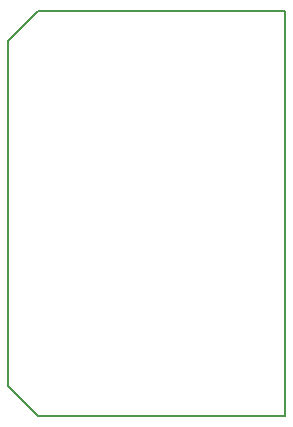
<source format=gm1>
G04 #@! TF.FileFunction,Profile,NP*
%FSLAX46Y46*%
G04 Gerber Fmt 4.6, Leading zero omitted, Abs format (unit mm)*
G04 Created by KiCad (PCBNEW 4.0.7-e2-6376~58~ubuntu17.04.1) date Wed Oct  4 00:33:47 2017*
%MOMM*%
%LPD*%
G01*
G04 APERTURE LIST*
%ADD10C,0.100000*%
%ADD11C,0.150000*%
G04 APERTURE END LIST*
D10*
D11*
X146685000Y-125730000D02*
X146685000Y-126365000D01*
X146685000Y-97155000D02*
X146685000Y-125730000D01*
X149225000Y-94615000D02*
X170180000Y-94615000D01*
X146685000Y-97155000D02*
X149225000Y-94615000D01*
X149225000Y-128905000D02*
X146685000Y-126365000D01*
X170180000Y-128905000D02*
X149225000Y-128905000D01*
X170180000Y-94615000D02*
X170180000Y-128905000D01*
M02*

</source>
